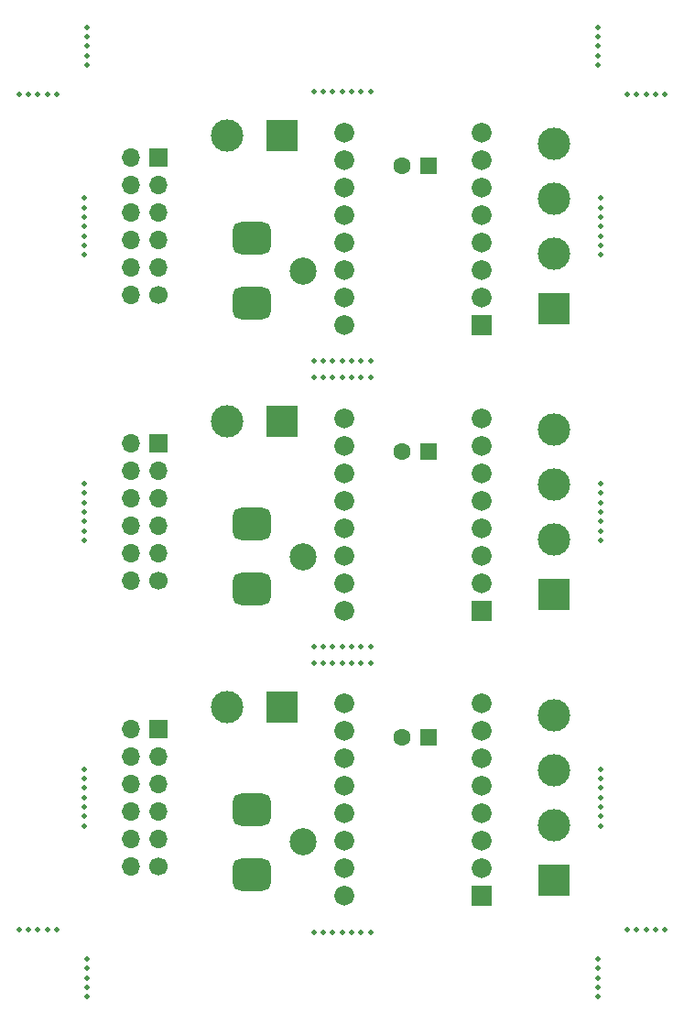
<source format=gbr>
%TF.GenerationSoftware,KiCad,Pcbnew,(6.0.11)*%
%TF.CreationDate,2023-02-22T21:13:02+09:00*%
%TF.ProjectId,panel,70616e65-6c2e-46b6-9963-61645f706362,rev?*%
%TF.SameCoordinates,Original*%
%TF.FileFunction,Soldermask,Top*%
%TF.FilePolarity,Negative*%
%FSLAX46Y46*%
G04 Gerber Fmt 4.6, Leading zero omitted, Abs format (unit mm)*
G04 Created by KiCad (PCBNEW (6.0.11)) date 2023-02-22 21:13:02*
%MOMM*%
%LPD*%
G01*
G04 APERTURE LIST*
G04 Aperture macros list*
%AMRoundRect*
0 Rectangle with rounded corners*
0 $1 Rounding radius*
0 $2 $3 $4 $5 $6 $7 $8 $9 X,Y pos of 4 corners*
0 Add a 4 corners polygon primitive as box body*
4,1,4,$2,$3,$4,$5,$6,$7,$8,$9,$2,$3,0*
0 Add four circle primitives for the rounded corners*
1,1,$1+$1,$2,$3*
1,1,$1+$1,$4,$5*
1,1,$1+$1,$6,$7*
1,1,$1+$1,$8,$9*
0 Add four rect primitives between the rounded corners*
20,1,$1+$1,$2,$3,$4,$5,0*
20,1,$1+$1,$4,$5,$6,$7,0*
20,1,$1+$1,$6,$7,$8,$9,0*
20,1,$1+$1,$8,$9,$2,$3,0*%
G04 Aperture macros list end*
%ADD10C,0.500000*%
%ADD11R,1.700000X1.700000*%
%ADD12O,1.700000X1.700000*%
%ADD13C,1.700000*%
%ADD14R,1.830000X1.830000*%
%ADD15C,1.830000*%
%ADD16RoundRect,0.750000X1.000000X-0.750000X1.000000X0.750000X-1.000000X0.750000X-1.000000X-0.750000X0*%
%ADD17C,2.500000*%
%ADD18R,1.600000X1.600000*%
%ADD19C,1.600000*%
%ADD20R,3.000000X3.000000*%
%ADD21C,3.000000*%
G04 APERTURE END LIST*
D10*
%TO.C,REF\u002A\u002A*%
X149375000Y-51634000D03*
%TD*%
%TO.C,REF\u002A\u002A*%
X124878000Y-24250000D03*
%TD*%
D11*
%TO.C,J1*%
X131544000Y-32842000D03*
D12*
X131544000Y-35382000D03*
X131544000Y-37922000D03*
X131544000Y-40462000D03*
X131544000Y-43002000D03*
D13*
X131544000Y-45542000D03*
D12*
X129004000Y-32842000D03*
X129004000Y-35382000D03*
X129004000Y-37922000D03*
X129004000Y-40462000D03*
X129004000Y-43002000D03*
X129004000Y-45542000D03*
%TD*%
D14*
%TO.C,U1*%
X161434000Y-48326000D03*
D15*
X161434000Y-45786000D03*
X161434000Y-43246000D03*
X161434000Y-40706000D03*
X161434000Y-38166000D03*
X161434000Y-35626000D03*
X161434000Y-33086000D03*
X161434000Y-30546000D03*
X148734000Y-48326000D03*
X148734000Y-45786000D03*
X148734000Y-43246000D03*
X148734000Y-40706000D03*
X148734000Y-38166000D03*
X148734000Y-35626000D03*
X148734000Y-33086000D03*
X148734000Y-30546000D03*
%TD*%
D16*
%TO.C,J3*%
X140176500Y-93072000D03*
X140176500Y-99072000D03*
D17*
X144876500Y-96072000D03*
%TD*%
D10*
%TO.C,REF\u002A\u002A*%
X172372000Y-65576000D03*
%TD*%
%TO.C,REF\u002A\u002A*%
X149375000Y-78018000D03*
%TD*%
%TO.C,REF\u002A\u002A*%
X145875000Y-79518000D03*
%TD*%
%TO.C,REF\u002A\u002A*%
X172372000Y-37442000D03*
%TD*%
%TO.C,REF\u002A\u002A*%
X124628000Y-94585000D03*
%TD*%
%TO.C,REF\u002A\u002A*%
X172372000Y-41817000D03*
%TD*%
%TO.C,REF\u002A\u002A*%
X172372000Y-94585000D03*
%TD*%
%TO.C,REF\u002A\u002A*%
X124878000Y-23375000D03*
%TD*%
%TO.C,REF\u002A\u002A*%
X124628000Y-63826000D03*
%TD*%
D18*
%TO.C,C1*%
X156502904Y-59988000D03*
D19*
X154002904Y-59988000D03*
%TD*%
D10*
%TO.C,REF\u002A\u002A*%
X172122000Y-107777000D03*
%TD*%
%TO.C,REF\u002A\u002A*%
X178372000Y-27000000D03*
%TD*%
%TO.C,REF\u002A\u002A*%
X147625000Y-26750000D03*
%TD*%
%TO.C,REF\u002A\u002A*%
X172122000Y-23375000D03*
%TD*%
%TO.C,REF\u002A\u002A*%
X124878000Y-22500000D03*
%TD*%
%TO.C,REF\u002A\u002A*%
X172372000Y-38317000D03*
%TD*%
%TO.C,REF\u002A\u002A*%
X145875000Y-78018000D03*
%TD*%
%TO.C,REF\u002A\u002A*%
X124628000Y-67326000D03*
%TD*%
%TO.C,REF\u002A\u002A*%
X172372000Y-40067000D03*
%TD*%
%TO.C,REF\u002A\u002A*%
X124628000Y-39192000D03*
%TD*%
%TO.C,REF\u002A\u002A*%
X172372000Y-68201000D03*
%TD*%
D16*
%TO.C,J3*%
X140176500Y-66688000D03*
X140176500Y-72688000D03*
D17*
X144876500Y-69688000D03*
%TD*%
D10*
%TO.C,REF\u002A\u002A*%
X124878000Y-106902000D03*
%TD*%
%TO.C,REF\u002A\u002A*%
X118628000Y-104152000D03*
%TD*%
%TO.C,REF\u002A\u002A*%
X172122000Y-20750000D03*
%TD*%
%TO.C,REF\u002A\u002A*%
X146750000Y-78018000D03*
%TD*%
%TO.C,REF\u002A\u002A*%
X118628000Y-27000000D03*
%TD*%
%TO.C,REF\u002A\u002A*%
X172372000Y-36567000D03*
%TD*%
D11*
%TO.C,J1*%
X131544000Y-59226000D03*
D12*
X131544000Y-61766000D03*
X131544000Y-64306000D03*
X131544000Y-66846000D03*
X131544000Y-69386000D03*
D13*
X131544000Y-71926000D03*
D12*
X129004000Y-59226000D03*
X129004000Y-61766000D03*
X129004000Y-64306000D03*
X129004000Y-66846000D03*
X129004000Y-69386000D03*
X129004000Y-71926000D03*
%TD*%
D10*
%TO.C,REF\u002A\u002A*%
X119503000Y-27000000D03*
%TD*%
D14*
%TO.C,U1*%
X161434000Y-101094000D03*
D15*
X161434000Y-98554000D03*
X161434000Y-96014000D03*
X161434000Y-93474000D03*
X161434000Y-90934000D03*
X161434000Y-88394000D03*
X161434000Y-85854000D03*
X161434000Y-83314000D03*
X148734000Y-101094000D03*
X148734000Y-98554000D03*
X148734000Y-96014000D03*
X148734000Y-93474000D03*
X148734000Y-90934000D03*
X148734000Y-88394000D03*
X148734000Y-85854000D03*
X148734000Y-83314000D03*
%TD*%
D10*
%TO.C,REF\u002A\u002A*%
X120378000Y-104152000D03*
%TD*%
%TO.C,REF\u002A\u002A*%
X147625000Y-78018000D03*
%TD*%
%TO.C,REF\u002A\u002A*%
X120378000Y-27000000D03*
%TD*%
%TO.C,REF\u002A\u002A*%
X145875000Y-26750000D03*
%TD*%
%TO.C,REF\u002A\u002A*%
X145875000Y-51634000D03*
%TD*%
%TO.C,REF\u002A\u002A*%
X124628000Y-91960000D03*
%TD*%
%TO.C,REF\u002A\u002A*%
X124628000Y-64701000D03*
%TD*%
%TO.C,REF\u002A\u002A*%
X150250000Y-51634000D03*
%TD*%
%TO.C,REF\u002A\u002A*%
X172372000Y-62951000D03*
%TD*%
%TO.C,REF\u002A\u002A*%
X176622000Y-104152000D03*
%TD*%
%TO.C,REF\u002A\u002A*%
X150250000Y-79518000D03*
%TD*%
%TO.C,REF\u002A\u002A*%
X124628000Y-92835000D03*
%TD*%
D20*
%TO.C,J2*%
X168058000Y-73196000D03*
D21*
X168058000Y-68116000D03*
X168058000Y-63036000D03*
X168058000Y-57956000D03*
%TD*%
D10*
%TO.C,REF\u002A\u002A*%
X124878000Y-108652000D03*
%TD*%
%TO.C,REF\u002A\u002A*%
X148500000Y-79518000D03*
%TD*%
%TO.C,REF\u002A\u002A*%
X124628000Y-89335000D03*
%TD*%
%TO.C,REF\u002A\u002A*%
X124878000Y-109527000D03*
%TD*%
%TO.C,REF\u002A\u002A*%
X172372000Y-92835000D03*
%TD*%
%TO.C,REF\u002A\u002A*%
X151125000Y-79518000D03*
%TD*%
%TO.C,REF\u002A\u002A*%
X121253000Y-104152000D03*
%TD*%
%TO.C,REF\u002A\u002A*%
X147625000Y-79518000D03*
%TD*%
%TO.C,REF\u002A\u002A*%
X149375000Y-53134000D03*
%TD*%
%TO.C,REF\u002A\u002A*%
X149375000Y-79518000D03*
%TD*%
D18*
%TO.C,C1*%
X156502904Y-86372000D03*
D19*
X154002904Y-86372000D03*
%TD*%
D10*
%TO.C,REF\u002A\u002A*%
X151125000Y-78018000D03*
%TD*%
%TO.C,REF\u002A\u002A*%
X177497000Y-27000000D03*
%TD*%
%TO.C,REF\u002A\u002A*%
X178372000Y-104152000D03*
%TD*%
%TO.C,REF\u002A\u002A*%
X177497000Y-104152000D03*
%TD*%
%TO.C,REF\u002A\u002A*%
X172122000Y-110402000D03*
%TD*%
%TO.C,REF\u002A\u002A*%
X146750000Y-104402000D03*
%TD*%
%TO.C,REF\u002A\u002A*%
X148500000Y-78018000D03*
%TD*%
D16*
%TO.C,J3*%
X140176500Y-40304000D03*
X140176500Y-46304000D03*
D17*
X144876500Y-43304000D03*
%TD*%
D10*
%TO.C,REF\u002A\u002A*%
X172122000Y-106902000D03*
%TD*%
%TO.C,REF\u002A\u002A*%
X172372000Y-67326000D03*
%TD*%
%TO.C,REF\u002A\u002A*%
X172372000Y-89335000D03*
%TD*%
%TO.C,REF\u002A\u002A*%
X122128000Y-27000000D03*
%TD*%
%TO.C,REF\u002A\u002A*%
X172372000Y-93710000D03*
%TD*%
%TO.C,REF\u002A\u002A*%
X151125000Y-104402000D03*
%TD*%
%TO.C,REF\u002A\u002A*%
X148500000Y-104402000D03*
%TD*%
%TO.C,REF\u002A\u002A*%
X148500000Y-51634000D03*
%TD*%
%TO.C,REF\u002A\u002A*%
X146750000Y-51634000D03*
%TD*%
%TO.C,REF\u002A\u002A*%
X124628000Y-93710000D03*
%TD*%
%TO.C,REF\u002A\u002A*%
X176622000Y-27000000D03*
%TD*%
%TO.C,REF\u002A\u002A*%
X172122000Y-22500000D03*
%TD*%
%TO.C,REF\u002A\u002A*%
X172372000Y-39192000D03*
%TD*%
%TO.C,REF\u002A\u002A*%
X174872000Y-27000000D03*
%TD*%
%TO.C,REF\u002A\u002A*%
X124628000Y-40067000D03*
%TD*%
%TO.C,REF\u002A\u002A*%
X146750000Y-26750000D03*
%TD*%
%TO.C,REF\u002A\u002A*%
X121253000Y-27000000D03*
%TD*%
%TO.C,REF\u002A\u002A*%
X124628000Y-62951000D03*
%TD*%
%TO.C,REF\u002A\u002A*%
X124628000Y-65576000D03*
%TD*%
D18*
%TO.C,C1*%
X156502904Y-33604000D03*
D19*
X154002904Y-33604000D03*
%TD*%
D10*
%TO.C,REF\u002A\u002A*%
X172122000Y-24250000D03*
%TD*%
%TO.C,REF\u002A\u002A*%
X172372000Y-64701000D03*
%TD*%
%TO.C,REF\u002A\u002A*%
X124628000Y-66451000D03*
%TD*%
%TO.C,REF\u002A\u002A*%
X124628000Y-91085000D03*
%TD*%
%TO.C,REF\u002A\u002A*%
X124628000Y-36567000D03*
%TD*%
%TO.C,REF\u002A\u002A*%
X148500000Y-26750000D03*
%TD*%
D20*
%TO.C,J4*%
X142912000Y-57194000D03*
D21*
X137832000Y-57194000D03*
%TD*%
D14*
%TO.C,U1*%
X161434000Y-74710000D03*
D15*
X161434000Y-72170000D03*
X161434000Y-69630000D03*
X161434000Y-67090000D03*
X161434000Y-64550000D03*
X161434000Y-62010000D03*
X161434000Y-59470000D03*
X161434000Y-56930000D03*
X148734000Y-74710000D03*
X148734000Y-72170000D03*
X148734000Y-69630000D03*
X148734000Y-67090000D03*
X148734000Y-64550000D03*
X148734000Y-62010000D03*
X148734000Y-59470000D03*
X148734000Y-56930000D03*
%TD*%
D10*
%TO.C,REF\u002A\u002A*%
X119503000Y-104152000D03*
%TD*%
%TO.C,REF\u002A\u002A*%
X122128000Y-104152000D03*
%TD*%
%TO.C,REF\u002A\u002A*%
X150250000Y-78018000D03*
%TD*%
%TO.C,REF\u002A\u002A*%
X124878000Y-20750000D03*
%TD*%
%TO.C,REF\u002A\u002A*%
X124628000Y-38317000D03*
%TD*%
D20*
%TO.C,J4*%
X142912000Y-30810000D03*
D21*
X137832000Y-30810000D03*
%TD*%
D10*
%TO.C,REF\u002A\u002A*%
X174872000Y-104152000D03*
%TD*%
%TO.C,REF\u002A\u002A*%
X124878000Y-110402000D03*
%TD*%
%TO.C,REF\u002A\u002A*%
X124878000Y-21625000D03*
%TD*%
%TO.C,REF\u002A\u002A*%
X124628000Y-41817000D03*
%TD*%
%TO.C,REF\u002A\u002A*%
X147625000Y-104402000D03*
%TD*%
%TO.C,REF\u002A\u002A*%
X175747000Y-104152000D03*
%TD*%
%TO.C,REF\u002A\u002A*%
X172122000Y-108652000D03*
%TD*%
%TO.C,REF\u002A\u002A*%
X148500000Y-53134000D03*
%TD*%
%TO.C,REF\u002A\u002A*%
X149375000Y-26750000D03*
%TD*%
%TO.C,REF\u002A\u002A*%
X124628000Y-68201000D03*
%TD*%
%TO.C,REF\u002A\u002A*%
X146750000Y-79518000D03*
%TD*%
%TO.C,REF\u002A\u002A*%
X150250000Y-26750000D03*
%TD*%
D20*
%TO.C,J4*%
X142912000Y-83578000D03*
D21*
X137832000Y-83578000D03*
%TD*%
D10*
%TO.C,REF\u002A\u002A*%
X151125000Y-53134000D03*
%TD*%
%TO.C,REF\u002A\u002A*%
X175747000Y-27000000D03*
%TD*%
D20*
%TO.C,J2*%
X168058000Y-99580000D03*
D21*
X168058000Y-94500000D03*
X168058000Y-89420000D03*
X168058000Y-84340000D03*
%TD*%
D10*
%TO.C,REF\u002A\u002A*%
X149375000Y-104402000D03*
%TD*%
%TO.C,REF\u002A\u002A*%
X172372000Y-90210000D03*
%TD*%
%TO.C,REF\u002A\u002A*%
X172372000Y-91960000D03*
%TD*%
D20*
%TO.C,J2*%
X168058000Y-46812000D03*
D21*
X168058000Y-41732000D03*
X168058000Y-36652000D03*
X168058000Y-31572000D03*
%TD*%
D11*
%TO.C,J1*%
X131544000Y-85610000D03*
D12*
X131544000Y-88150000D03*
X131544000Y-90690000D03*
X131544000Y-93230000D03*
X131544000Y-95770000D03*
D13*
X131544000Y-98310000D03*
D12*
X129004000Y-85610000D03*
X129004000Y-88150000D03*
X129004000Y-90690000D03*
X129004000Y-93230000D03*
X129004000Y-95770000D03*
X129004000Y-98310000D03*
%TD*%
D10*
%TO.C,REF\u002A\u002A*%
X124628000Y-90210000D03*
%TD*%
%TO.C,REF\u002A\u002A*%
X147625000Y-51634000D03*
%TD*%
%TO.C,REF\u002A\u002A*%
X147625000Y-53134000D03*
%TD*%
%TO.C,REF\u002A\u002A*%
X146750000Y-53134000D03*
%TD*%
%TO.C,REF\u002A\u002A*%
X172372000Y-66451000D03*
%TD*%
%TO.C,REF\u002A\u002A*%
X172372000Y-63826000D03*
%TD*%
%TO.C,REF\u002A\u002A*%
X172372000Y-91085000D03*
%TD*%
%TO.C,REF\u002A\u002A*%
X172122000Y-21625000D03*
%TD*%
%TO.C,REF\u002A\u002A*%
X151125000Y-51634000D03*
%TD*%
%TO.C,REF\u002A\u002A*%
X172372000Y-40942000D03*
%TD*%
%TO.C,REF\u002A\u002A*%
X172122000Y-109527000D03*
%TD*%
%TO.C,REF\u002A\u002A*%
X145875000Y-104402000D03*
%TD*%
%TO.C,REF\u002A\u002A*%
X124878000Y-107777000D03*
%TD*%
%TO.C,REF\u002A\u002A*%
X150250000Y-104402000D03*
%TD*%
%TO.C,REF\u002A\u002A*%
X151125000Y-26750000D03*
%TD*%
%TO.C,REF\u002A\u002A*%
X124628000Y-37442000D03*
%TD*%
%TO.C,REF\u002A\u002A*%
X145875000Y-53134000D03*
%TD*%
%TO.C,REF\u002A\u002A*%
X150250000Y-53134000D03*
%TD*%
%TO.C,REF\u002A\u002A*%
X124628000Y-40942000D03*
%TD*%
M02*

</source>
